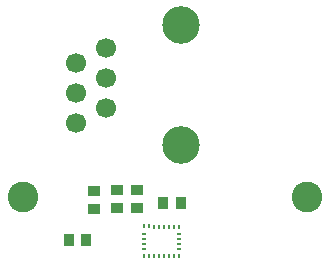
<source format=gts>
G04 #@! TF.FileFunction,Soldermask,Top*
%FSLAX46Y46*%
G04 Gerber Fmt 4.6, Leading zero omitted, Abs format (unit mm)*
G04 Created by KiCad (PCBNEW 4.0.6-e0-6349~53~ubuntu16.04.1) date Sun May 21 15:57:32 2017*
%MOMM*%
%LPD*%
G01*
G04 APERTURE LIST*
%ADD10C,0.150000*%
%ADD11R,0.250000X0.350000*%
%ADD12R,0.350000X0.250000*%
%ADD13R,0.899160X1.000760*%
%ADD14R,0.900000X1.000000*%
%ADD15R,1.000760X0.899160*%
%ADD16R,1.000000X0.900000*%
%ADD17C,1.700000*%
%ADD18C,3.180000*%
%ADD19C,2.600000*%
G04 APERTURE END LIST*
D10*
D11*
X153205000Y-113775000D03*
X150195000Y-113750000D03*
X153205000Y-116225000D03*
X150195000Y-116225000D03*
X151915000Y-116225000D03*
X152775000Y-116225000D03*
X152345000Y-116225000D03*
X152775000Y-113775000D03*
D12*
X153175000Y-115645000D03*
X153175000Y-115215000D03*
D11*
X151915000Y-113775000D03*
X152345000Y-113775000D03*
X150625000Y-113750000D03*
D12*
X150225000Y-115645000D03*
X150225000Y-114355000D03*
D11*
X151055000Y-113775000D03*
D12*
X150225000Y-114785000D03*
X150225000Y-115215000D03*
X153175000Y-114355000D03*
X153175000Y-114785000D03*
D11*
X151485000Y-113775000D03*
X151055000Y-116225000D03*
X151485000Y-116225000D03*
X150625000Y-116225000D03*
D13*
X153351840Y-111800000D03*
D14*
X151848160Y-111800000D03*
D15*
X149600000Y-112151840D03*
D16*
X149600000Y-110648160D03*
D15*
X146000000Y-110748160D03*
D16*
X146000000Y-112251840D03*
D17*
X144460000Y-104975000D03*
X144460000Y-102435000D03*
X144460000Y-99895000D03*
X147000000Y-101165000D03*
X147000000Y-98625000D03*
X147000000Y-103705000D03*
D18*
X153350000Y-106880000D03*
X153350000Y-96720000D03*
D13*
X143848160Y-114900000D03*
D14*
X145351840Y-114900000D03*
D15*
X147900000Y-112151840D03*
D16*
X147900000Y-110648160D03*
D19*
X164000000Y-111250000D03*
X140000000Y-111250000D03*
M02*

</source>
